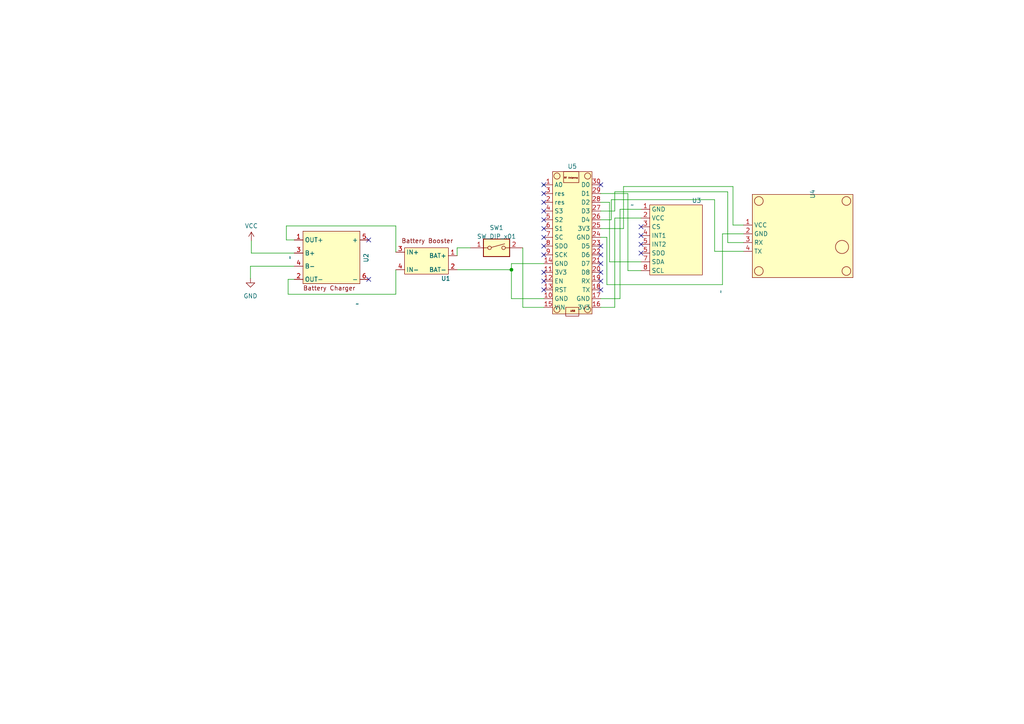
<source format=kicad_sch>
(kicad_sch (version 20230121) (generator eeschema)
  (paper "A4")
  (lib_symbols
    (symbol "BatteryRegulator:03962A_Battery_Charger"
      (property "Reference" "U2" (at -1.27 -13.208 0))
      (property "Value" "~" (at 0 8.89 0))
      (symbol "03962A_Battery_Charger_1_0"
        (pin output line (at 6.35 7.62 270) (length 2.54) (name "OUT-") (number "2"))
        (pin power_out line (at -1.27 7.62 270) (length 2.54) (name "B+") (number "3"))
        (pin power_out line (at 2.54 7.62 270) (length 2.54) (name "B-") (number "4"))
        (pin input line (at -5.08 -13.97 90) (length 2.54) (name "+") (number "5"))
        (pin input line (at 6.35 -13.97 90) (length 2.54) (name "-") (number "6"))
      )
      (symbol "03962A_Battery_Charger_1_1"
        (rectangle (start -7.62 5.08) (end 7.62 -11.43) (fill (type background)))
        (text "Battery Charger" (at 8.89 -2.54 900) (effects (font (size 1.27 1.27))))
        (pin output line (at -5.08 7.62 270) (length 2.54) (name "OUT+") (number "1"))
      )
    )
    (symbol "BatteryRegulator:HW-168_BatteryBooster"
      (property "Reference" "U1" (at 5.588 -13.208 0))
      (property "Value" "~" (at -20.066 -20.574 0))
      (symbol "HW-168_BatteryBooster_0_0"
        (pin power_out line (at 8.89 -6.604 180) (length 2.54) (name "BAT+") (number "1"))
        (pin power_out line (at 8.89 -10.668 180) (length 2.54) (name "BAT-") (number "2"))
        (pin input line (at -8.89 -5.588 0) (length 2.54) (name "IN+") (number "3"))
        (pin input line (at -8.89 -10.668 0) (length 2.54) (name "IN-") (number "4"))
      )
      (symbol "HW-168_BatteryBooster_1_1"
        (rectangle (start -6.35 -11.938) (end 6.35 -4.318) (fill (type background)))
        (text "Battery Booster" (at 0.254 -2.286 0) (effects (font (size 1.27 1.27))))
      )
    )
    (symbol "CowTracking:Accelerometer"
      (property "Reference" "U" (at -10.16 1.27 0))
      (symbol "Accelerometer_0_0"
        (pin power_in line (at -7.62 0 0) (length 2.54) (name "GND") (number "1"))
        (pin power_in line (at -7.62 -2.54 0) (length 2.54) (name "VCC") (number "2"))
        (pin input line (at -7.62 -5.08 0) (length 2.54) (name "CS") (number "3"))
        (pin input line (at -7.62 -7.62 0) (length 2.54) (name "INT1") (number "4"))
        (pin input line (at -7.62 -10.16 0) (length 2.54) (name "INT2") (number "5"))
      )
      (symbol "Accelerometer_1_0"
        (pin input line (at -7.62 -12.7 0) (length 2.54) (name "SDO") (number "5"))
        (pin input line (at -7.62 -15.24 0) (length 2.54) (name "SDA") (number "7"))
        (pin input line (at -7.62 -17.78 0) (length 2.54) (name "SCL") (number "8"))
      )
      (symbol "Accelerometer_1_1"
        (rectangle (start -5.08 1.27) (end 10.16 -19.05) (fill (type background)))
      )
    )
    (symbol "CowTracking:GY-GPS6MV2"
      (property "Reference" "U4" (at 11.43 -11.176 0))
      (property "Value" "~" (at -15.494 15.494 0))
      (symbol "GY-GPS6MV2_0_0"
        (pin power_in line (at 3.81 8.89 270) (length 2.54) (name "VCC") (number "1"))
        (pin power_in line (at 1.27 8.89 270) (length 2.54) (name "GND") (number "2"))
        (pin input line (at -1.27 8.89 270) (length 2.54) (name "RX") (number "3"))
        (pin output line (at -3.81 8.89 270) (length 2.54) (name "TX") (number "4"))
      )
      (symbol "GY-GPS6MV2_0_1"
        (circle (center -9.525 -20.955) (radius 1.27))
        (circle (center -9.525 4.445) (radius 1.27))
        (circle (center -2.54 -19.685) (radius 1.905))
        (circle (center 10.795 -20.955) (radius 1.27))
        (circle (center 10.795 4.445) (radius 1.27))
      )
      (symbol "GY-GPS6MV2_1_1"
        (rectangle (start -11.43 6.35) (end 12.7 -22.86) (fill (type background)))
      )
    )
    (symbol "CowTracking:NodeMCU"
      (property "Reference" "U" (at -5.715 3.175 0))
      (symbol "NodeMCU_0_0"
        (pin unspecified line (at 0 0 0) (length 2.54) (name "A0") (number "1"))
        (pin power_in line (at 0 -33.02 0) (length 2.54) (name "GND") (number "10"))
        (pin power_in line (at 0 -25.4 0) (length 2.54) (name "3V3") (number "11"))
        (pin unspecified line (at 0 -27.94 0) (length 2.54) (name "EN") (number "12"))
        (pin input line (at 0 -30.48 0) (length 2.54) (name "RST") (number "13"))
        (pin unspecified line (at 0 -22.86 0) (length 2.54) (name "GND") (number "14"))
        (pin power_in line (at 0 -35.56 0) (length 2.54) (name "VIN") (number "15"))
        (pin power_out line (at 16.51 -35.56 180) (length 2.54) (name "3V3") (number "16"))
        (pin power_out line (at 16.51 -33.02 180) (length 2.54) (name "GND") (number "17"))
        (pin unspecified line (at 16.51 -30.48 180) (length 2.54) (name "TX") (number "18"))
        (pin unspecified line (at 16.51 -27.94 180) (length 2.54) (name "RX") (number "19"))
        (pin unspecified line (at 0 -5.08 0) (length 2.54) (name "res") (number "2"))
        (pin unspecified line (at 16.51 -25.4 180) (length 2.54) (name "D8") (number "20"))
        (pin unspecified line (at 16.51 -22.86 180) (length 2.54) (name "D7") (number "21"))
        (pin unspecified line (at 16.51 -20.32 180) (length 2.54) (name "D6") (number "22"))
        (pin unspecified line (at 16.51 -17.78 180) (length 2.54) (name "D5") (number "23"))
        (pin power_out line (at 16.51 -15.24 180) (length 2.54) (name "GND") (number "24"))
        (pin power_out line (at 16.51 -12.7 180) (length 2.54) (name "3V3") (number "25"))
        (pin unspecified line (at 16.51 -10.16 180) (length 2.54) (name "D4") (number "26"))
        (pin output line (at 16.51 -7.62 180) (length 2.54) (name "D3") (number "27"))
        (pin bidirectional line (at 16.51 -5.08 180) (length 2.54) (name "D2") (number "28"))
        (pin output line (at 16.51 -2.54 180) (length 2.54) (name "D1") (number "29"))
        (pin unspecified line (at 0 -2.54 0) (length 2.54) (name "res") (number "3"))
        (pin unspecified line (at 16.51 0 180) (length 2.54) (name "D0") (number "30"))
        (pin unspecified line (at 0 -7.62 0) (length 2.54) (name "S3") (number "4"))
        (pin unspecified line (at 0 -10.16 0) (length 2.54) (name "S2") (number "5"))
        (pin unspecified line (at 0 -12.7 0) (length 2.54) (name "S1") (number "6"))
        (pin unspecified line (at 0 -15.24 0) (length 2.54) (name "SC") (number "7"))
        (pin unspecified line (at 0 -17.78 0) (length 2.54) (name "SDO") (number "8"))
        (pin unspecified line (at 0 -20.32 0) (length 2.54) (name "SCK") (number "9"))
      )
      (symbol "NodeMCU_0_1"
        (circle (center 3.81 -36.195) (radius 0.898))
        (circle (center 3.81 2.54) (radius 0.898))
        (rectangle (start 5.715 3.81) (end 10.16 0.635))
        (rectangle (start 6.35 -35.56) (end 10.16 -38.1))
        (circle (center 12.7 -36.195) (radius 0.898))
        (circle (center 12.7 2.54) (radius 0.898))
      )
      (symbol "NodeMCU_1_1"
        (rectangle (start 2.54 3.81) (end 13.97 -37.465) (fill (type background)))
        (text "RF Antenna" (at 7.874 2.032 0) (effects (font (size 0.47 0.47))))
        (text "USB" (at 8.382 -36.576 0) (effects (font (size 0.47 0.47))))
      )
    )
    (symbol "Switch:SW_DIP_x01" (pin_names (offset 0) hide)
      (property "Reference" "SW1" (at 0 5.842 0))
      (property "Value" "SW_DIP_x01" (at 0 3.302 0))
      (symbol "SW_DIP_x01_0_0"
        (circle (center -2.032 0) (radius 0.508))
        (polyline (pts (xy -1.524 0.127) (xy 2.3622 1.1684)))
        (circle (center 2.032 0) (radius 0.508))
      )
      (symbol "SW_DIP_x01_0_1"
        (rectangle (start -3.81 2.54) (end 3.81 -2.54) (stroke (width 0.254)) (fill (type background)))
      )
      (symbol "SW_DIP_x01_1_1"
        (pin power_in line (at -7.62 0 0) (length 5.08) (name "~") (number "1"))
        (pin power_out line (at 7.62 0 180) (length 5.08) (name "~") (number "2"))
      )
    )
    (symbol "power:GND" (power) (pin_names (offset 0))
      (property "Value" "GND" (at 0 -3.81 0))
      (symbol "GND_0_1"
        (polyline (pts (xy 0 0) (xy 0 -1.27) (xy 1.27 -1.27) (xy 0 -2.54) (xy -1.27 -1.27) (xy 0 -1.27)))
      )
      (symbol "GND_1_1"
        (pin power_in line (at 0 0 270) (length 0) hide (name "GND") (number "1"))
      )
    )
    (symbol "power:VCC" (power) (pin_names (offset 0))
      (property "Value" "VCC" (at 0 3.81 0))
      (symbol "VCC_0_1"
        (polyline (pts (xy -0.762 1.27) (xy 0 2.54)))
        (polyline (pts (xy 0 0) (xy 0 2.54)))
        (polyline (pts (xy 0 2.54) (xy 0.762 1.27)))
      )
      (symbol "VCC_1_1"
        (pin power_in line (at 0 0 90) (length 0) hide (name "VCC") (number "1"))
      )
    )
  )
  (junction (at 148.336 78.232))
  (no_connect (at 157.734 73.914))
  (no_connect (at 157.734 66.294))
  (no_connect (at 185.928 73.406))
  (no_connect (at 157.734 68.834))
  (no_connect (at 157.734 81.534))
  (no_connect (at 106.934 69.596))
  (no_connect (at 157.734 53.594))
  (no_connect (at 174.244 78.994))
  (no_connect (at 157.734 78.994))
  (no_connect (at 157.734 84.074))
  (no_connect (at 174.244 71.374))
  (no_connect (at 174.244 76.454))
  (no_connect (at 174.244 73.914))
  (no_connect (at 157.734 61.214))
  (no_connect (at 157.734 63.754))
  (no_connect (at 174.244 84.074))
  (no_connect (at 185.928 65.786))
  (no_connect (at 185.928 68.326))
  (no_connect (at 157.734 58.674))
  (no_connect (at 174.244 53.594))
  (no_connect (at 174.244 81.534))
  (no_connect (at 185.928 70.866))
  (no_connect (at 106.934 81.026))
  (no_connect (at 157.734 71.374))
  (no_connect (at 157.734 56.134))
  (wire (pts (xy 212.598 65.278) (xy 215.646 65.278)))
  (wire (pts (xy 114.808 85.344) (xy 83.566 85.344)))
  (wire (pts (xy 72.898 69.85) (xy 72.898 73.406)))
  (wire (pts (xy 182.118 56.134) (xy 182.118 78.486)))
  (wire (pts (xy 151.638 71.882) (xy 151.638 89.154)))
  (wire (pts (xy 180.848 66.294) (xy 180.848 54.102)))
  (wire (pts (xy 157.734 86.614) (xy 148.336 86.614)))
  (wire (pts (xy 211.074 70.358) (xy 215.646 70.358)))
  (wire (pts (xy 182.118 78.486) (xy 185.928 78.486)))
  (wire (pts (xy 177.292 63.754) (xy 177.292 57.912)))
  (wire (pts (xy 178.308 61.214) (xy 178.308 55.626)))
  (wire (pts (xy 83.566 85.344) (xy 83.566 81.026)))
  (wire (pts (xy 174.244 89.154) (xy 178.308 89.154)))
  (wire (pts (xy 174.244 68.834) (xy 176.022 68.834)))
  (wire (pts (xy 83.058 65.532) (xy 83.058 69.596)))
  (wire (pts (xy 179.832 60.706) (xy 185.928 60.706)))
  (wire (pts (xy 174.244 66.294) (xy 180.848 66.294)))
  (wire (pts (xy 148.336 78.232) (xy 148.336 86.614)))
  (wire (pts (xy 72.644 80.772) (xy 72.644 77.216)))
  (wire (pts (xy 132.588 74.168) (xy 132.588 71.882)))
  (wire (pts (xy 178.308 89.154) (xy 178.308 63.246)))
  (wire (pts (xy 207.264 57.912) (xy 207.264 72.898)))
  (wire (pts (xy 176.784 58.674) (xy 176.784 75.946)))
  (wire (pts (xy 151.638 89.154) (xy 157.734 89.154)))
  (wire (pts (xy 178.308 63.246) (xy 185.928 63.246)))
  (wire (pts (xy 148.336 76.454) (xy 157.734 76.454)))
  (wire (pts (xy 72.898 73.406) (xy 85.344 73.406)))
  (wire (pts (xy 174.244 58.674) (xy 176.784 58.674)))
  (wire (pts (xy 176.022 68.834) (xy 176.022 82.55)))
  (wire (pts (xy 114.808 73.152) (xy 114.808 65.532)))
  (wire (pts (xy 179.832 86.614) (xy 179.832 60.706)))
  (wire (pts (xy 83.566 81.026) (xy 85.344 81.026)))
  (wire (pts (xy 209.55 82.55) (xy 209.55 67.818)))
  (wire (pts (xy 114.808 65.532) (xy 83.058 65.532)))
  (wire (pts (xy 148.336 76.454) (xy 148.336 78.232)))
  (wire (pts (xy 178.308 55.626) (xy 211.074 55.626)))
  (wire (pts (xy 174.244 61.214) (xy 178.308 61.214)))
  (wire (pts (xy 209.55 67.818) (xy 215.646 67.818)))
  (wire (pts (xy 212.598 54.102) (xy 212.598 65.278)))
  (wire (pts (xy 174.244 63.754) (xy 177.292 63.754)))
  (wire (pts (xy 211.074 55.626) (xy 211.074 70.358)))
  (wire (pts (xy 132.588 71.882) (xy 136.398 71.882)))
  (wire (pts (xy 207.264 72.898) (xy 215.646 72.898)))
  (wire (pts (xy 83.058 69.596) (xy 85.344 69.596)))
  (wire (pts (xy 132.588 78.232) (xy 148.336 78.232)))
  (wire (pts (xy 180.848 54.102) (xy 212.598 54.102)))
  (wire (pts (xy 177.292 57.912) (xy 207.264 57.912)))
  (wire (pts (xy 174.244 86.614) (xy 179.832 86.614)))
  (wire (pts (xy 176.784 75.946) (xy 185.928 75.946)))
  (wire (pts (xy 114.808 78.232) (xy 114.808 85.344)))
  (wire (pts (xy 72.644 77.216) (xy 85.344 77.216)))
  (wire (pts (xy 176.022 82.55) (xy 209.55 82.55)))
  (wire (pts (xy 174.244 56.134) (xy 182.118 56.134)))
  (symbol (lib_id "power:GND") (at 72.644 80.772 0) (unit 1)
    (property "Reference" "#PWR02" (effects hide))
    (property "Value" "GND" (at 72.644 85.852 0))
  )
  (symbol (lib_id "CowTracking:Accelerometer") (at 193.548 60.706 0) (unit 1)
    (property "Reference" "U3" (at 200.66 58.166 0) (effects (justify left)))
    (property "Value" "~" (at 183.388 59.436 0))
    (property "Footprint" "CowTracking:Accelerometer" (effects hide))
  )
  (symbol (lib_id "BatteryRegulator:03962A_Battery_Charger") (at 92.964 74.676 90) (mirror x) (unit 1)
    (property "Reference" "U2" (at 106.172 73.406 0) (effects (justify left)))
    (property "Value" "~" (at 84.074 74.676 0))
    (property "Footprint" "03962A_BatteryRegulator:BatteryCharger" (effects hide))
  )
  (symbol (lib_id "Switch:SW_DIP_x01") (at 144.018 71.882 0) (unit 1)
    (property "Reference" "SW1" (at 144.018 66.04 0))
    (property "Value" "SW_DIP_x01" (at 144.018 68.58 0))
    (property "Footprint" "CowTracking:SW_DIP_x01" (effects hide))
  )
  (symbol (lib_id "CowTracking:GY-GPS6MV2") (at 224.536 69.088 90) (unit 1)
    (property "Reference" "U4" (at 235.712 57.658 0) (effects (justify left)))
    (property "Value" "~" (at 209.042 84.582 0))
    (property "Footprint" "CowTracking:GY-NE06MV2" (effects hide))
  )
  (symbol (lib_id "CowTracking:NodeMCU") (at 157.734 53.594 0) (unit 1)
    (property "Reference" "U5" (at 165.989 48.26 0))
    (property "Value" "~" (at 157.734 53.594 0))
    (property "Footprint" "CowTracking:NodeMCU1.0(12-E)" (effects hide))
  )
  (symbol (lib_id "BatteryRegulator:HW-168_BatteryBooster") (at 123.698 67.564 0) (unit 1)
    (property "Reference" "U1" (at 129.286 80.772 0))
    (property "Value" "~" (at 103.632 88.138 0))
    (property "Footprint" "03962A_BatteryRegulator:HW-168_BatteryBooster" (effects hide))
  )
  (symbol (lib_id "power:VCC") (at 72.898 69.85 0) (unit 1)
    (property "Reference" "#PWR01" (effects hide))
    (property "Value" "VCC" (at 72.898 65.532 0))
  )
)
</source>
